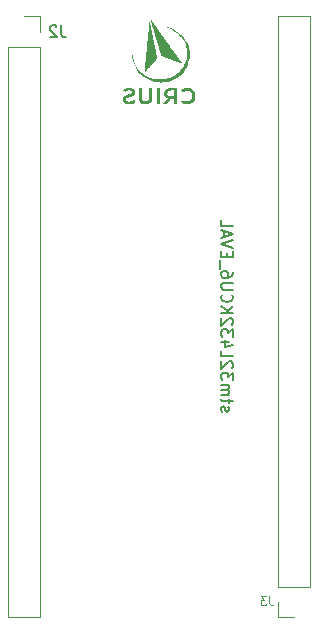
<source format=gbr>
%TF.GenerationSoftware,KiCad,Pcbnew,8.0.4*%
%TF.CreationDate,2025-08-18T19:06:46+02:00*%
%TF.ProjectId,stm32l432kcu6_eval,73746d33-326c-4343-9332-6b6375365f65,rev?*%
%TF.SameCoordinates,Original*%
%TF.FileFunction,Legend,Bot*%
%TF.FilePolarity,Positive*%
%FSLAX46Y46*%
G04 Gerber Fmt 4.6, Leading zero omitted, Abs format (unit mm)*
G04 Created by KiCad (PCBNEW 8.0.4) date 2025-08-18 19:06:46*
%MOMM*%
%LPD*%
G01*
G04 APERTURE LIST*
%ADD10C,0.150000*%
%ADD11C,0.100000*%
%ADD12C,0.000000*%
%ADD13C,0.120000*%
G04 APERTURE END LIST*
D10*
X155307800Y-108047619D02*
X155260180Y-107952381D01*
X155260180Y-107952381D02*
X155260180Y-107761905D01*
X155260180Y-107761905D02*
X155307800Y-107666667D01*
X155307800Y-107666667D02*
X155403038Y-107619048D01*
X155403038Y-107619048D02*
X155450657Y-107619048D01*
X155450657Y-107619048D02*
X155545895Y-107666667D01*
X155545895Y-107666667D02*
X155593514Y-107761905D01*
X155593514Y-107761905D02*
X155593514Y-107904762D01*
X155593514Y-107904762D02*
X155641133Y-108000000D01*
X155641133Y-108000000D02*
X155736371Y-108047619D01*
X155736371Y-108047619D02*
X155783990Y-108047619D01*
X155783990Y-108047619D02*
X155879228Y-108000000D01*
X155879228Y-108000000D02*
X155926847Y-107904762D01*
X155926847Y-107904762D02*
X155926847Y-107761905D01*
X155926847Y-107761905D02*
X155879228Y-107666667D01*
X155926847Y-107333333D02*
X155926847Y-106952381D01*
X156260180Y-107190476D02*
X155403038Y-107190476D01*
X155403038Y-107190476D02*
X155307800Y-107142857D01*
X155307800Y-107142857D02*
X155260180Y-107047619D01*
X155260180Y-107047619D02*
X155260180Y-106952381D01*
X155260180Y-106619047D02*
X155926847Y-106619047D01*
X155831609Y-106619047D02*
X155879228Y-106571428D01*
X155879228Y-106571428D02*
X155926847Y-106476190D01*
X155926847Y-106476190D02*
X155926847Y-106333333D01*
X155926847Y-106333333D02*
X155879228Y-106238095D01*
X155879228Y-106238095D02*
X155783990Y-106190476D01*
X155783990Y-106190476D02*
X155260180Y-106190476D01*
X155783990Y-106190476D02*
X155879228Y-106142857D01*
X155879228Y-106142857D02*
X155926847Y-106047619D01*
X155926847Y-106047619D02*
X155926847Y-105904762D01*
X155926847Y-105904762D02*
X155879228Y-105809523D01*
X155879228Y-105809523D02*
X155783990Y-105761904D01*
X155783990Y-105761904D02*
X155260180Y-105761904D01*
X156260180Y-105380952D02*
X156260180Y-104761905D01*
X156260180Y-104761905D02*
X155879228Y-105095238D01*
X155879228Y-105095238D02*
X155879228Y-104952381D01*
X155879228Y-104952381D02*
X155831609Y-104857143D01*
X155831609Y-104857143D02*
X155783990Y-104809524D01*
X155783990Y-104809524D02*
X155688752Y-104761905D01*
X155688752Y-104761905D02*
X155450657Y-104761905D01*
X155450657Y-104761905D02*
X155355419Y-104809524D01*
X155355419Y-104809524D02*
X155307800Y-104857143D01*
X155307800Y-104857143D02*
X155260180Y-104952381D01*
X155260180Y-104952381D02*
X155260180Y-105238095D01*
X155260180Y-105238095D02*
X155307800Y-105333333D01*
X155307800Y-105333333D02*
X155355419Y-105380952D01*
X156164942Y-104380952D02*
X156212561Y-104333333D01*
X156212561Y-104333333D02*
X156260180Y-104238095D01*
X156260180Y-104238095D02*
X156260180Y-104000000D01*
X156260180Y-104000000D02*
X156212561Y-103904762D01*
X156212561Y-103904762D02*
X156164942Y-103857143D01*
X156164942Y-103857143D02*
X156069704Y-103809524D01*
X156069704Y-103809524D02*
X155974466Y-103809524D01*
X155974466Y-103809524D02*
X155831609Y-103857143D01*
X155831609Y-103857143D02*
X155260180Y-104428571D01*
X155260180Y-104428571D02*
X155260180Y-103809524D01*
X155260180Y-102904762D02*
X155260180Y-103380952D01*
X155260180Y-103380952D02*
X156260180Y-103380952D01*
X155926847Y-102142857D02*
X155260180Y-102142857D01*
X156307800Y-102380952D02*
X155593514Y-102619047D01*
X155593514Y-102619047D02*
X155593514Y-102000000D01*
X156260180Y-101714285D02*
X156260180Y-101095238D01*
X156260180Y-101095238D02*
X155879228Y-101428571D01*
X155879228Y-101428571D02*
X155879228Y-101285714D01*
X155879228Y-101285714D02*
X155831609Y-101190476D01*
X155831609Y-101190476D02*
X155783990Y-101142857D01*
X155783990Y-101142857D02*
X155688752Y-101095238D01*
X155688752Y-101095238D02*
X155450657Y-101095238D01*
X155450657Y-101095238D02*
X155355419Y-101142857D01*
X155355419Y-101142857D02*
X155307800Y-101190476D01*
X155307800Y-101190476D02*
X155260180Y-101285714D01*
X155260180Y-101285714D02*
X155260180Y-101571428D01*
X155260180Y-101571428D02*
X155307800Y-101666666D01*
X155307800Y-101666666D02*
X155355419Y-101714285D01*
X156164942Y-100714285D02*
X156212561Y-100666666D01*
X156212561Y-100666666D02*
X156260180Y-100571428D01*
X156260180Y-100571428D02*
X156260180Y-100333333D01*
X156260180Y-100333333D02*
X156212561Y-100238095D01*
X156212561Y-100238095D02*
X156164942Y-100190476D01*
X156164942Y-100190476D02*
X156069704Y-100142857D01*
X156069704Y-100142857D02*
X155974466Y-100142857D01*
X155974466Y-100142857D02*
X155831609Y-100190476D01*
X155831609Y-100190476D02*
X155260180Y-100761904D01*
X155260180Y-100761904D02*
X155260180Y-100142857D01*
X155260180Y-99714285D02*
X156260180Y-99714285D01*
X155260180Y-99142857D02*
X155831609Y-99571428D01*
X156260180Y-99142857D02*
X155688752Y-99714285D01*
X155355419Y-98142857D02*
X155307800Y-98190476D01*
X155307800Y-98190476D02*
X155260180Y-98333333D01*
X155260180Y-98333333D02*
X155260180Y-98428571D01*
X155260180Y-98428571D02*
X155307800Y-98571428D01*
X155307800Y-98571428D02*
X155403038Y-98666666D01*
X155403038Y-98666666D02*
X155498276Y-98714285D01*
X155498276Y-98714285D02*
X155688752Y-98761904D01*
X155688752Y-98761904D02*
X155831609Y-98761904D01*
X155831609Y-98761904D02*
X156022085Y-98714285D01*
X156022085Y-98714285D02*
X156117323Y-98666666D01*
X156117323Y-98666666D02*
X156212561Y-98571428D01*
X156212561Y-98571428D02*
X156260180Y-98428571D01*
X156260180Y-98428571D02*
X156260180Y-98333333D01*
X156260180Y-98333333D02*
X156212561Y-98190476D01*
X156212561Y-98190476D02*
X156164942Y-98142857D01*
X156260180Y-97714285D02*
X155450657Y-97714285D01*
X155450657Y-97714285D02*
X155355419Y-97666666D01*
X155355419Y-97666666D02*
X155307800Y-97619047D01*
X155307800Y-97619047D02*
X155260180Y-97523809D01*
X155260180Y-97523809D02*
X155260180Y-97333333D01*
X155260180Y-97333333D02*
X155307800Y-97238095D01*
X155307800Y-97238095D02*
X155355419Y-97190476D01*
X155355419Y-97190476D02*
X155450657Y-97142857D01*
X155450657Y-97142857D02*
X156260180Y-97142857D01*
X156260180Y-96238095D02*
X156260180Y-96428571D01*
X156260180Y-96428571D02*
X156212561Y-96523809D01*
X156212561Y-96523809D02*
X156164942Y-96571428D01*
X156164942Y-96571428D02*
X156022085Y-96666666D01*
X156022085Y-96666666D02*
X155831609Y-96714285D01*
X155831609Y-96714285D02*
X155450657Y-96714285D01*
X155450657Y-96714285D02*
X155355419Y-96666666D01*
X155355419Y-96666666D02*
X155307800Y-96619047D01*
X155307800Y-96619047D02*
X155260180Y-96523809D01*
X155260180Y-96523809D02*
X155260180Y-96333333D01*
X155260180Y-96333333D02*
X155307800Y-96238095D01*
X155307800Y-96238095D02*
X155355419Y-96190476D01*
X155355419Y-96190476D02*
X155450657Y-96142857D01*
X155450657Y-96142857D02*
X155688752Y-96142857D01*
X155688752Y-96142857D02*
X155783990Y-96190476D01*
X155783990Y-96190476D02*
X155831609Y-96238095D01*
X155831609Y-96238095D02*
X155879228Y-96333333D01*
X155879228Y-96333333D02*
X155879228Y-96523809D01*
X155879228Y-96523809D02*
X155831609Y-96619047D01*
X155831609Y-96619047D02*
X155783990Y-96666666D01*
X155783990Y-96666666D02*
X155688752Y-96714285D01*
X155164942Y-95952381D02*
X155164942Y-95190476D01*
X155783990Y-94952380D02*
X155783990Y-94619047D01*
X155260180Y-94476190D02*
X155260180Y-94952380D01*
X155260180Y-94952380D02*
X156260180Y-94952380D01*
X156260180Y-94952380D02*
X156260180Y-94476190D01*
X156260180Y-94190475D02*
X155260180Y-93857142D01*
X155260180Y-93857142D02*
X156260180Y-93523809D01*
X155545895Y-93238094D02*
X155545895Y-92761904D01*
X155260180Y-93333332D02*
X156260180Y-92999999D01*
X156260180Y-92999999D02*
X155260180Y-92666666D01*
X155260180Y-91857142D02*
X155260180Y-92333332D01*
X155260180Y-92333332D02*
X156260180Y-92333332D01*
X141733333Y-75354819D02*
X141733333Y-76069104D01*
X141733333Y-76069104D02*
X141780952Y-76211961D01*
X141780952Y-76211961D02*
X141876190Y-76307200D01*
X141876190Y-76307200D02*
X142019047Y-76354819D01*
X142019047Y-76354819D02*
X142114285Y-76354819D01*
X141304761Y-75450057D02*
X141257142Y-75402438D01*
X141257142Y-75402438D02*
X141161904Y-75354819D01*
X141161904Y-75354819D02*
X140923809Y-75354819D01*
X140923809Y-75354819D02*
X140828571Y-75402438D01*
X140828571Y-75402438D02*
X140780952Y-75450057D01*
X140780952Y-75450057D02*
X140733333Y-75545295D01*
X140733333Y-75545295D02*
X140733333Y-75640533D01*
X140733333Y-75640533D02*
X140780952Y-75783390D01*
X140780952Y-75783390D02*
X141352380Y-76354819D01*
X141352380Y-76354819D02*
X140733333Y-76354819D01*
D11*
X159349999Y-123691764D02*
X159349999Y-124227478D01*
X159349999Y-124227478D02*
X159385714Y-124334621D01*
X159385714Y-124334621D02*
X159457142Y-124406050D01*
X159457142Y-124406050D02*
X159564285Y-124441764D01*
X159564285Y-124441764D02*
X159635714Y-124441764D01*
X159064285Y-123691764D02*
X158599999Y-123691764D01*
X158599999Y-123691764D02*
X158849999Y-123977478D01*
X158849999Y-123977478D02*
X158742856Y-123977478D01*
X158742856Y-123977478D02*
X158671428Y-124013192D01*
X158671428Y-124013192D02*
X158635713Y-124048907D01*
X158635713Y-124048907D02*
X158599999Y-124120335D01*
X158599999Y-124120335D02*
X158599999Y-124298907D01*
X158599999Y-124298907D02*
X158635713Y-124370335D01*
X158635713Y-124370335D02*
X158671428Y-124406050D01*
X158671428Y-124406050D02*
X158742856Y-124441764D01*
X158742856Y-124441764D02*
X158957142Y-124441764D01*
X158957142Y-124441764D02*
X159028570Y-124406050D01*
X159028570Y-124406050D02*
X159064285Y-124370335D01*
D12*
%TO.C,G\u002A\u002A\u002A*%
G36*
X148016846Y-77164423D02*
G01*
X148011962Y-77169307D01*
X148007077Y-77164423D01*
X148011962Y-77159538D01*
X148016846Y-77164423D01*
G37*
G36*
X150285140Y-75453018D02*
G01*
X150289662Y-75456535D01*
X150279238Y-75458921D01*
X150269329Y-75458230D01*
X150266415Y-75453790D01*
X150269872Y-75451854D01*
X150285140Y-75453018D01*
G37*
G36*
X149943827Y-80629774D02*
G01*
X150073270Y-80632500D01*
X150076355Y-80969538D01*
X150076518Y-80989033D01*
X150076980Y-81090677D01*
X150076966Y-81204511D01*
X150076507Y-81324484D01*
X150075634Y-81444543D01*
X150074380Y-81558636D01*
X150072774Y-81660711D01*
X150066108Y-82014846D01*
X149940247Y-82014846D01*
X149814385Y-82014846D01*
X149814385Y-81320947D01*
X149814385Y-80627048D01*
X149943827Y-80629774D01*
G37*
G36*
X148419827Y-80629774D02*
G01*
X148549270Y-80632500D01*
X148550432Y-81065048D01*
X148550640Y-81130940D01*
X148551194Y-81234632D01*
X148552133Y-81321700D01*
X148553633Y-81394017D01*
X148555870Y-81453450D01*
X148559019Y-81501872D01*
X148563255Y-81541152D01*
X148568756Y-81573161D01*
X148575696Y-81599767D01*
X148584252Y-81622843D01*
X148594599Y-81644257D01*
X148606913Y-81665881D01*
X148644382Y-81713415D01*
X148696918Y-81753403D01*
X148758307Y-81780639D01*
X148825161Y-81794782D01*
X148894093Y-81795489D01*
X148961717Y-81782419D01*
X149024643Y-81755230D01*
X149079485Y-81713579D01*
X149097253Y-81695946D01*
X149112738Y-81679360D01*
X149125631Y-81662611D01*
X149136185Y-81643939D01*
X149144650Y-81621582D01*
X149151280Y-81593779D01*
X149156327Y-81558768D01*
X149160041Y-81514788D01*
X149162676Y-81460077D01*
X149164484Y-81392875D01*
X149165716Y-81311419D01*
X149166624Y-81213948D01*
X149167461Y-81098701D01*
X149170807Y-80627056D01*
X149299654Y-80629778D01*
X149428500Y-80632500D01*
X149425544Y-81077000D01*
X149425037Y-81145761D01*
X149423898Y-81258088D01*
X149422391Y-81353631D01*
X149420403Y-81434177D01*
X149417815Y-81501509D01*
X149414513Y-81557411D01*
X149410380Y-81603668D01*
X149405300Y-81642064D01*
X149399158Y-81674384D01*
X149391837Y-81702413D01*
X149383221Y-81727933D01*
X149367062Y-81765490D01*
X149319514Y-81841437D01*
X149257093Y-81906631D01*
X149181587Y-81959698D01*
X149094781Y-81999264D01*
X148998462Y-82023954D01*
X148995382Y-82024446D01*
X148959677Y-82028493D01*
X148914479Y-82031638D01*
X148868800Y-82033235D01*
X148762323Y-82027085D01*
X148660272Y-82004618D01*
X148568712Y-81966515D01*
X148488585Y-81913549D01*
X148420833Y-81846490D01*
X148366398Y-81766111D01*
X148326222Y-81673182D01*
X148301247Y-81568474D01*
X148299145Y-81549149D01*
X148296588Y-81506707D01*
X148294431Y-81447033D01*
X148292704Y-81371457D01*
X148291435Y-81281311D01*
X148290652Y-81177926D01*
X148290385Y-81062633D01*
X148290385Y-80627048D01*
X148419827Y-80629774D01*
G37*
G36*
X152428935Y-80616086D02*
G01*
X152496014Y-80621219D01*
X152551106Y-80630540D01*
X152603935Y-80645781D01*
X152708247Y-80690427D01*
X152804875Y-80751526D01*
X152891696Y-80827360D01*
X152966593Y-80916213D01*
X153027443Y-81016366D01*
X153041798Y-81046783D01*
X153062915Y-81104447D01*
X153076831Y-81166238D01*
X153084514Y-81237133D01*
X153086933Y-81322110D01*
X153086148Y-81367962D01*
X153076195Y-81474457D01*
X153053834Y-81569120D01*
X153017833Y-81655198D01*
X152966962Y-81735935D01*
X152899986Y-81814577D01*
X152819306Y-81888744D01*
X152734066Y-81946155D01*
X152640693Y-81988561D01*
X152535116Y-82018233D01*
X152532310Y-82018823D01*
X152434667Y-82031529D01*
X152330843Y-82031596D01*
X152226572Y-82019669D01*
X152127587Y-81996394D01*
X152039620Y-81962417D01*
X152014452Y-81948729D01*
X151979565Y-81926878D01*
X151942472Y-81901430D01*
X151906930Y-81875175D01*
X151876693Y-81850902D01*
X151855517Y-81831401D01*
X151847157Y-81819461D01*
X151847151Y-81818098D01*
X151849648Y-81811798D01*
X151857710Y-81801400D01*
X151873493Y-81784569D01*
X151899149Y-81758970D01*
X151936835Y-81722268D01*
X152011950Y-81649497D01*
X152034187Y-81670041D01*
X152063673Y-81692910D01*
X152108439Y-81720581D01*
X152159655Y-81747174D01*
X152210895Y-81769089D01*
X152252555Y-81782305D01*
X152340279Y-81795946D01*
X152427966Y-81792023D01*
X152512958Y-81771593D01*
X152592595Y-81735712D01*
X152664219Y-81685436D01*
X152725170Y-81621821D01*
X152772789Y-81545923D01*
X152779741Y-81530904D01*
X152805812Y-81450529D01*
X152818689Y-81362627D01*
X152818312Y-81272627D01*
X152804623Y-81185958D01*
X152777561Y-81108050D01*
X152769794Y-81092868D01*
X152731057Y-81036124D01*
X152680277Y-80981593D01*
X152622916Y-80934594D01*
X152564437Y-80900450D01*
X152535783Y-80888581D01*
X152445096Y-80864554D01*
X152351762Y-80858984D01*
X152257926Y-80871649D01*
X152165733Y-80902327D01*
X152077329Y-80950797D01*
X152020063Y-80989037D01*
X151936506Y-80904153D01*
X151852949Y-80819269D01*
X151896071Y-80781605D01*
X151929599Y-80756695D01*
X151978169Y-80727178D01*
X152034770Y-80697144D01*
X152093933Y-80669316D01*
X152150192Y-80646417D01*
X152198077Y-80631172D01*
X152224533Y-80625701D01*
X152286318Y-80618340D01*
X152356744Y-80615131D01*
X152428935Y-80616086D01*
G37*
G36*
X151524000Y-81320568D02*
G01*
X151524000Y-82014846D01*
X151392116Y-82014846D01*
X151260231Y-82014846D01*
X151260231Y-81785269D01*
X151260231Y-81555692D01*
X151135673Y-81555759D01*
X151011116Y-81555825D01*
X150967154Y-81618197D01*
X150965397Y-81620685D01*
X150944672Y-81649688D01*
X150915276Y-81690419D01*
X150879811Y-81739293D01*
X150840877Y-81792724D01*
X150801077Y-81847127D01*
X150678962Y-82013685D01*
X150525302Y-82014265D01*
X150371642Y-82014846D01*
X150538674Y-81792596D01*
X150544537Y-81784798D01*
X150588236Y-81726837D01*
X150628679Y-81673474D01*
X150664174Y-81626917D01*
X150693034Y-81589376D01*
X150713567Y-81563059D01*
X150724084Y-81550178D01*
X150739082Y-81531002D01*
X150740012Y-81519887D01*
X150725366Y-81516607D01*
X150714201Y-81514718D01*
X150686125Y-81504880D01*
X150650508Y-81489033D01*
X150612906Y-81469898D01*
X150578872Y-81450196D01*
X150553962Y-81432649D01*
X150540890Y-81421157D01*
X150486788Y-81359043D01*
X150448434Y-81286308D01*
X150425551Y-81202286D01*
X150417859Y-81106307D01*
X150418133Y-81098388D01*
X150690748Y-81098388D01*
X150693698Y-81141198D01*
X150707657Y-81195870D01*
X150734824Y-81239035D01*
X150777231Y-81273528D01*
X150836911Y-81302183D01*
X150844033Y-81304873D01*
X150866659Y-81312240D01*
X150891022Y-81317729D01*
X150920684Y-81321733D01*
X150959204Y-81324648D01*
X151010142Y-81326866D01*
X151077058Y-81328783D01*
X151260231Y-81333351D01*
X151260231Y-81097714D01*
X151260231Y-80862077D01*
X151119911Y-80862077D01*
X151088157Y-80862218D01*
X151015563Y-80864147D01*
X150957002Y-80868787D01*
X150908544Y-80876705D01*
X150866259Y-80888473D01*
X150826215Y-80904661D01*
X150825189Y-80905137D01*
X150765191Y-80941122D01*
X150722933Y-80985116D01*
X150698192Y-81037432D01*
X150690748Y-81098388D01*
X150418133Y-81098388D01*
X150419348Y-81063203D01*
X150434988Y-80969102D01*
X150467368Y-80884851D01*
X150516129Y-80810928D01*
X150580913Y-80747808D01*
X150661362Y-80695967D01*
X150757116Y-80655883D01*
X150772838Y-80650866D01*
X150791049Y-80645842D01*
X150810549Y-80641822D01*
X150833619Y-80638663D01*
X150862540Y-80636223D01*
X150899593Y-80634358D01*
X150947059Y-80632928D01*
X151007220Y-80631789D01*
X151082357Y-80630799D01*
X151174750Y-80629815D01*
X151524000Y-80626290D01*
X151524000Y-81097714D01*
X151524000Y-81320568D01*
G37*
G36*
X147517973Y-80616819D02*
G01*
X147563952Y-80617913D01*
X147599119Y-80620662D01*
X147629024Y-80625859D01*
X147659217Y-80634300D01*
X147695247Y-80646779D01*
X147749954Y-80669980D01*
X147824816Y-80714918D01*
X147886968Y-80769437D01*
X147934236Y-80831503D01*
X147964450Y-80899079D01*
X147965421Y-80902521D01*
X147971679Y-80936174D01*
X147976096Y-80979654D01*
X147977770Y-81024455D01*
X147976333Y-81064253D01*
X147965399Y-81132396D01*
X147942775Y-81192527D01*
X147907346Y-81245615D01*
X147857996Y-81292624D01*
X147793610Y-81334522D01*
X147713072Y-81372276D01*
X147615266Y-81406851D01*
X147499077Y-81439215D01*
X147476458Y-81444938D01*
X147408945Y-81462812D01*
X147356923Y-81478311D01*
X147317539Y-81492564D01*
X147287943Y-81506702D01*
X147265281Y-81521851D01*
X147246704Y-81539143D01*
X147235223Y-81554528D01*
X147219255Y-81589451D01*
X147210776Y-81626957D01*
X147212320Y-81658269D01*
X147220869Y-81680077D01*
X147251157Y-81721062D01*
X147295598Y-81753885D01*
X147351521Y-81778048D01*
X147416255Y-81793050D01*
X147487128Y-81798390D01*
X147561470Y-81793569D01*
X147636610Y-81778086D01*
X147709877Y-81751441D01*
X147750846Y-81731146D01*
X147800233Y-81702650D01*
X147843557Y-81673512D01*
X147874733Y-81647564D01*
X147878057Y-81643999D01*
X147883009Y-81638852D01*
X147888000Y-81637345D01*
X147895064Y-81641412D01*
X147906233Y-81652983D01*
X147923543Y-81673989D01*
X147949024Y-81706363D01*
X147984712Y-81752035D01*
X148035616Y-81817052D01*
X147989596Y-81855494D01*
X147958750Y-81880555D01*
X147890648Y-81929475D01*
X147824613Y-81966246D01*
X147754689Y-81993894D01*
X147674923Y-82015448D01*
X147667795Y-82017024D01*
X147623630Y-82025162D01*
X147579389Y-82029789D01*
X147528623Y-82031363D01*
X147464885Y-82030342D01*
X147432917Y-82029010D01*
X147325116Y-82017739D01*
X147232760Y-81996015D01*
X147154645Y-81963233D01*
X147089572Y-81918785D01*
X147036336Y-81862064D01*
X146993738Y-81792464D01*
X146983694Y-81771951D01*
X146970885Y-81743343D01*
X146963006Y-81718717D01*
X146958879Y-81692192D01*
X146957328Y-81657889D01*
X146957174Y-81609929D01*
X146957675Y-81572141D01*
X146960315Y-81524912D01*
X146965640Y-81490400D01*
X146974132Y-81464465D01*
X146993671Y-81427729D01*
X147042981Y-81366264D01*
X147109324Y-81312102D01*
X147191784Y-81265812D01*
X147289443Y-81227963D01*
X147401385Y-81199125D01*
X147428948Y-81193315D01*
X147524887Y-81168962D01*
X147601760Y-81141940D01*
X147659824Y-81112048D01*
X147699336Y-81079087D01*
X147720552Y-81042856D01*
X147723730Y-81003157D01*
X147709126Y-80959789D01*
X147683447Y-80923860D01*
X147639607Y-80889949D01*
X147584627Y-80866908D01*
X147521318Y-80854746D01*
X147452486Y-80853476D01*
X147380942Y-80863111D01*
X147309492Y-80883661D01*
X147240945Y-80915139D01*
X147178110Y-80957556D01*
X147135565Y-80992065D01*
X147109945Y-80958821D01*
X147091297Y-80936042D01*
X147064065Y-80904750D01*
X147035258Y-80873118D01*
X146986193Y-80820659D01*
X147042958Y-80768997D01*
X147054233Y-80758935D01*
X147125911Y-80704455D01*
X147201531Y-80664111D01*
X147284357Y-80636776D01*
X147377655Y-80621325D01*
X147484687Y-80616630D01*
X147517973Y-80616819D01*
G37*
G36*
X149221743Y-74984608D02*
G01*
X149226393Y-75010307D01*
X149226439Y-75010812D01*
X149228220Y-75024785D01*
X149231773Y-75046728D01*
X149237318Y-75077755D01*
X149245075Y-75118984D01*
X149255265Y-75171529D01*
X149268108Y-75236508D01*
X149283826Y-75315036D01*
X149302637Y-75408229D01*
X149324764Y-75517204D01*
X149350426Y-75643076D01*
X149379843Y-75786961D01*
X149388267Y-75828128D01*
X149409544Y-75932189D01*
X149432292Y-76043543D01*
X149455434Y-76156903D01*
X149477890Y-76266982D01*
X149498580Y-76368495D01*
X149516426Y-76456154D01*
X149526574Y-76505993D01*
X149554667Y-76643573D01*
X149584155Y-76787464D01*
X149614452Y-76934837D01*
X149644973Y-77082863D01*
X149675132Y-77228713D01*
X149704343Y-77369557D01*
X149732022Y-77502568D01*
X149757583Y-77624915D01*
X149780440Y-77733770D01*
X149800007Y-77826304D01*
X149813605Y-77890452D01*
X149826533Y-77951748D01*
X149837515Y-78004149D01*
X149846019Y-78045103D01*
X149851512Y-78072056D01*
X149853462Y-78082453D01*
X149852877Y-78084126D01*
X149844803Y-78096118D01*
X149826945Y-78119208D01*
X149798924Y-78153851D01*
X149760358Y-78200501D01*
X149710868Y-78259616D01*
X149650074Y-78331648D01*
X149577594Y-78417054D01*
X149493048Y-78516289D01*
X149396056Y-78629807D01*
X149387325Y-78640016D01*
X149321719Y-78716719D01*
X149258087Y-78791128D01*
X149197960Y-78861447D01*
X149142872Y-78925885D01*
X149094355Y-78982648D01*
X149053942Y-79029944D01*
X149023164Y-79065979D01*
X149003556Y-79088961D01*
X148991007Y-79103473D01*
X148950367Y-79148559D01*
X148907082Y-79194413D01*
X148868622Y-79233057D01*
X148836348Y-79262607D01*
X148805406Y-79286779D01*
X148783681Y-79298498D01*
X148772480Y-79297096D01*
X148773113Y-79281904D01*
X148775544Y-79269418D01*
X148779464Y-79240468D01*
X148783948Y-79200721D01*
X148788426Y-79154904D01*
X148790704Y-79129771D01*
X148796646Y-79064254D01*
X148802878Y-78995596D01*
X148808374Y-78935096D01*
X148811172Y-78904793D01*
X148816780Y-78846062D01*
X148822441Y-78788859D01*
X148827276Y-78742154D01*
X148827621Y-78738924D01*
X148832790Y-78688400D01*
X148837871Y-78635344D01*
X148841813Y-78590730D01*
X148849025Y-78505183D01*
X148865160Y-78327396D01*
X148881842Y-78160884D01*
X148882899Y-78150840D01*
X148889602Y-78085922D01*
X148897120Y-78011494D01*
X148904610Y-77935981D01*
X148911225Y-77867807D01*
X148913806Y-77841101D01*
X148921007Y-77768630D01*
X148929209Y-77688215D01*
X148937589Y-77607881D01*
X148945324Y-77535654D01*
X148950529Y-77487841D01*
X148961910Y-77382942D01*
X148971537Y-77293519D01*
X148979702Y-77216770D01*
X148986696Y-77149893D01*
X148992811Y-77090087D01*
X148998338Y-77034550D01*
X149003567Y-76980480D01*
X149008791Y-76925077D01*
X149014781Y-76861753D01*
X149026240Y-76744151D01*
X149038850Y-76618330D01*
X149051907Y-76491212D01*
X149064702Y-76369718D01*
X149076533Y-76260769D01*
X149081847Y-76211557D01*
X149088721Y-76145825D01*
X149096267Y-76072030D01*
X149103885Y-75996042D01*
X149110976Y-75923730D01*
X149117875Y-75853899D01*
X149125365Y-75780699D01*
X149132776Y-75710565D01*
X149139529Y-75648960D01*
X149145048Y-75601346D01*
X149148976Y-75567937D01*
X149156485Y-75499662D01*
X149163732Y-75429021D01*
X149169578Y-75366884D01*
X149173012Y-75328711D01*
X149178720Y-75267981D01*
X149184470Y-75209441D01*
X149189425Y-75161730D01*
X149190751Y-75149336D01*
X149195517Y-75102106D01*
X149199587Y-75057919D01*
X149202198Y-75024961D01*
X149203326Y-75012279D01*
X149208486Y-74986637D01*
X149215199Y-74977065D01*
X149221743Y-74984608D01*
G37*
G36*
X149299124Y-74805198D02*
G01*
X149316882Y-74824692D01*
X149327898Y-74838262D01*
X149351116Y-74868712D01*
X149378918Y-74906629D01*
X149407443Y-74946807D01*
X149416577Y-74959866D01*
X149440975Y-74994595D01*
X149474293Y-75041901D01*
X149515003Y-75099617D01*
X149561578Y-75165580D01*
X149612489Y-75237626D01*
X149666210Y-75313590D01*
X149721211Y-75391307D01*
X149746862Y-75427541D01*
X149803414Y-75507440D01*
X149859068Y-75586090D01*
X149912092Y-75661042D01*
X149960754Y-75729847D01*
X150003321Y-75790056D01*
X150038060Y-75839218D01*
X150063240Y-75874884D01*
X150070030Y-75884511D01*
X150111619Y-75943471D01*
X150158268Y-76009605D01*
X150204754Y-76075507D01*
X150245852Y-76133769D01*
X150246027Y-76134018D01*
X150268619Y-76165977D01*
X150301221Y-76212000D01*
X150342528Y-76270251D01*
X150391236Y-76338891D01*
X150446041Y-76416085D01*
X150505638Y-76499995D01*
X150568724Y-76588785D01*
X150633995Y-76680617D01*
X150700146Y-76773654D01*
X150749571Y-76843161D01*
X150821548Y-76944403D01*
X150894556Y-77047118D01*
X150966831Y-77148821D01*
X151036607Y-77247028D01*
X151102119Y-77339253D01*
X151161601Y-77423012D01*
X151213287Y-77495820D01*
X151255413Y-77555192D01*
X151289359Y-77603051D01*
X151348391Y-77686271D01*
X151413744Y-77778394D01*
X151482410Y-77875180D01*
X151551381Y-77972389D01*
X151617649Y-78065780D01*
X151678205Y-78151115D01*
X151732052Y-78227056D01*
X151784261Y-78300937D01*
X151826819Y-78361600D01*
X151860649Y-78410477D01*
X151886671Y-78448999D01*
X151905807Y-78478595D01*
X151918978Y-78500697D01*
X151927105Y-78516734D01*
X151931110Y-78528138D01*
X151931913Y-78536338D01*
X151930437Y-78542766D01*
X151926354Y-78550855D01*
X151918995Y-78555036D01*
X151904775Y-78554145D01*
X151879777Y-78547886D01*
X151840087Y-78535965D01*
X151819241Y-78529163D01*
X151780219Y-78515808D01*
X151727487Y-78497391D01*
X151663525Y-78474803D01*
X151590810Y-78448937D01*
X151511824Y-78420683D01*
X151429045Y-78390933D01*
X151344953Y-78360578D01*
X151262028Y-78330509D01*
X151182748Y-78301619D01*
X151109593Y-78274797D01*
X151045043Y-78250936D01*
X150991577Y-78230927D01*
X150951747Y-78215954D01*
X150896600Y-78195328D01*
X150830628Y-78170726D01*
X150757625Y-78143560D01*
X150681382Y-78115244D01*
X150605693Y-78087190D01*
X150601434Y-78085613D01*
X150504563Y-78049351D01*
X150424587Y-78018518D01*
X150359927Y-77992394D01*
X150309006Y-77970257D01*
X150270244Y-77951388D01*
X150242065Y-77935068D01*
X150222889Y-77920576D01*
X150211139Y-77907192D01*
X150209698Y-77904930D01*
X150205618Y-77897614D01*
X150201032Y-77887527D01*
X150195434Y-77873073D01*
X150188322Y-77852656D01*
X150179192Y-77824678D01*
X150167539Y-77787545D01*
X150152861Y-77739658D01*
X150134652Y-77679422D01*
X150112410Y-77605240D01*
X150085631Y-77515516D01*
X150053810Y-77408654D01*
X150034341Y-77343300D01*
X150006149Y-77248849D01*
X149976634Y-77150148D01*
X149947517Y-77052943D01*
X149920519Y-76962978D01*
X149897358Y-76886000D01*
X149857746Y-76754530D01*
X149812721Y-76604931D01*
X149772162Y-76469959D01*
X149735394Y-76347354D01*
X149701740Y-76234854D01*
X149670525Y-76130199D01*
X149641071Y-76031128D01*
X149612704Y-75935379D01*
X149584746Y-75840692D01*
X149565497Y-75775570D01*
X149536191Y-75676903D01*
X149504955Y-75572200D01*
X149473643Y-75467658D01*
X149444109Y-75369474D01*
X149418206Y-75283846D01*
X149406660Y-75245757D01*
X149373429Y-75135155D01*
X149345969Y-75042045D01*
X149324053Y-74965602D01*
X149307452Y-74905004D01*
X149295940Y-74859427D01*
X149289288Y-74828046D01*
X149287268Y-74810038D01*
X149287368Y-74807406D01*
X149290241Y-74799908D01*
X149299124Y-74805198D01*
G37*
G36*
X150385733Y-75461054D02*
G01*
X150434731Y-75466005D01*
X150573215Y-75485427D01*
X150788691Y-75529768D01*
X150993887Y-75590399D01*
X151189735Y-75667758D01*
X151377166Y-75762281D01*
X151557112Y-75874408D01*
X151730504Y-76004574D01*
X151898275Y-76153218D01*
X151999614Y-76257048D01*
X152127099Y-76410016D01*
X152241809Y-76574689D01*
X152342626Y-76748879D01*
X152428430Y-76930395D01*
X152498104Y-77117048D01*
X152550530Y-77306647D01*
X152584587Y-77497002D01*
X152589908Y-77543423D01*
X152593908Y-77592696D01*
X152596422Y-77646410D01*
X152597566Y-77708334D01*
X152597458Y-77782236D01*
X152596214Y-77871881D01*
X152594819Y-77943485D01*
X152593118Y-78008133D01*
X152590942Y-78060446D01*
X152587956Y-78104222D01*
X152583829Y-78143258D01*
X152578225Y-78181351D01*
X152570811Y-78222298D01*
X152561255Y-78269896D01*
X152552833Y-78309230D01*
X152496289Y-78519222D01*
X152421940Y-78721224D01*
X152329925Y-78914975D01*
X152220378Y-79100212D01*
X152093437Y-79276672D01*
X151949238Y-79444093D01*
X151921077Y-79473766D01*
X151853043Y-79541943D01*
X151786188Y-79603013D01*
X151714373Y-79662412D01*
X151631462Y-79725578D01*
X151513184Y-79807825D01*
X151335427Y-79912888D01*
X151149444Y-80001208D01*
X150952500Y-80074187D01*
X150951023Y-80074664D01*
X150890693Y-80093740D01*
X150837086Y-80109521D01*
X150785854Y-80123003D01*
X150732652Y-80135183D01*
X150673135Y-80147058D01*
X150602956Y-80159624D01*
X150517770Y-80173878D01*
X150496172Y-80176297D01*
X150457805Y-80179147D01*
X150407671Y-80182031D01*
X150349793Y-80184720D01*
X150288193Y-80186984D01*
X150244866Y-80188207D01*
X150135362Y-80189496D01*
X150038169Y-80187447D01*
X149948136Y-80181779D01*
X149860113Y-80172208D01*
X149768947Y-80158451D01*
X149630588Y-80130539D01*
X149440292Y-80077612D01*
X149252848Y-80009120D01*
X149070764Y-79926353D01*
X148896548Y-79830601D01*
X148732709Y-79723154D01*
X148581755Y-79605301D01*
X148446196Y-79478332D01*
X148403313Y-79433066D01*
X148261369Y-79267069D01*
X148134563Y-79092334D01*
X148023770Y-78910398D01*
X147929864Y-78722795D01*
X147853719Y-78531060D01*
X147796209Y-78336730D01*
X147795967Y-78335741D01*
X147776260Y-78251579D01*
X147760718Y-78175185D01*
X147748799Y-78102012D01*
X147739964Y-78027512D01*
X147733671Y-77947138D01*
X147729382Y-77856342D01*
X147726554Y-77750577D01*
X147725817Y-77709195D01*
X147725034Y-77640550D01*
X147724974Y-77584757D01*
X147725561Y-77542651D01*
X147726716Y-77515069D01*
X147728361Y-77502845D01*
X147730420Y-77506817D01*
X147732814Y-77527819D01*
X147735466Y-77566688D01*
X147738298Y-77624259D01*
X147749496Y-77788936D01*
X147772210Y-77964001D01*
X147806691Y-78130969D01*
X147854114Y-78294492D01*
X147915656Y-78459220D01*
X147992493Y-78629807D01*
X148052068Y-78744462D01*
X148161633Y-78922057D01*
X148285827Y-79087275D01*
X148423948Y-79239598D01*
X148575289Y-79378508D01*
X148739149Y-79503489D01*
X148914823Y-79614022D01*
X149101606Y-79709590D01*
X149298796Y-79789674D01*
X149505687Y-79853758D01*
X149721577Y-79901324D01*
X149758766Y-79906675D01*
X149823219Y-79912728D01*
X149899909Y-79917325D01*
X149984657Y-79920404D01*
X150073284Y-79921906D01*
X150161611Y-79921768D01*
X150245459Y-79919932D01*
X150320649Y-79916336D01*
X150383003Y-79910919D01*
X150568350Y-79882895D01*
X150757092Y-79839190D01*
X150934718Y-79781183D01*
X151102826Y-79708426D01*
X151267848Y-79619486D01*
X151442986Y-79505455D01*
X151605610Y-79377903D01*
X151755004Y-79237800D01*
X151890456Y-79086115D01*
X152011251Y-78923819D01*
X152116676Y-78751880D01*
X152206015Y-78571269D01*
X152278555Y-78382955D01*
X152333582Y-78187908D01*
X152370382Y-77987097D01*
X152377320Y-77920680D01*
X152382388Y-77839515D01*
X152385300Y-77750798D01*
X152386016Y-77659917D01*
X152384495Y-77572263D01*
X152380697Y-77493224D01*
X152374580Y-77428192D01*
X152358110Y-77319849D01*
X152316851Y-77132658D01*
X152259962Y-76954379D01*
X152186409Y-76781988D01*
X152095154Y-76612461D01*
X152042998Y-76527236D01*
X151987419Y-76443660D01*
X151931206Y-76368094D01*
X151870525Y-76295719D01*
X151801546Y-76221715D01*
X151720435Y-76141265D01*
X151567905Y-76005534D01*
X151394078Y-75875029D01*
X151210947Y-75760909D01*
X151019663Y-75663821D01*
X150821378Y-75584408D01*
X150617241Y-75523315D01*
X150590864Y-75517022D01*
X150539998Y-75506030D01*
X150484694Y-75495159D01*
X150429652Y-75485242D01*
X150379573Y-75477108D01*
X150339157Y-75471590D01*
X150313104Y-75469519D01*
X150306479Y-75468296D01*
X150308220Y-75460884D01*
X150318744Y-75458613D01*
X150345889Y-75458542D01*
X150385733Y-75461054D01*
G37*
D13*
%TO.C,J2*%
X137240000Y-77140000D02*
X139900000Y-77140000D01*
X137240000Y-125460000D02*
X137240000Y-77140000D01*
X137240000Y-125460000D02*
X139900000Y-125460000D01*
X138570000Y-74540000D02*
X139900000Y-74540000D01*
X139900000Y-74540000D02*
X139900000Y-75870000D01*
X139900000Y-125460000D02*
X139900000Y-77140000D01*
%TO.C,J3*%
X160100000Y-74540000D02*
X160100000Y-122860000D01*
X160100000Y-125460000D02*
X160100000Y-124130000D01*
X161430000Y-125460000D02*
X160100000Y-125460000D01*
X162760000Y-74540000D02*
X160100000Y-74540000D01*
X162760000Y-74540000D02*
X162760000Y-122860000D01*
X162760000Y-122860000D02*
X160100000Y-122860000D01*
%TD*%
M02*

</source>
